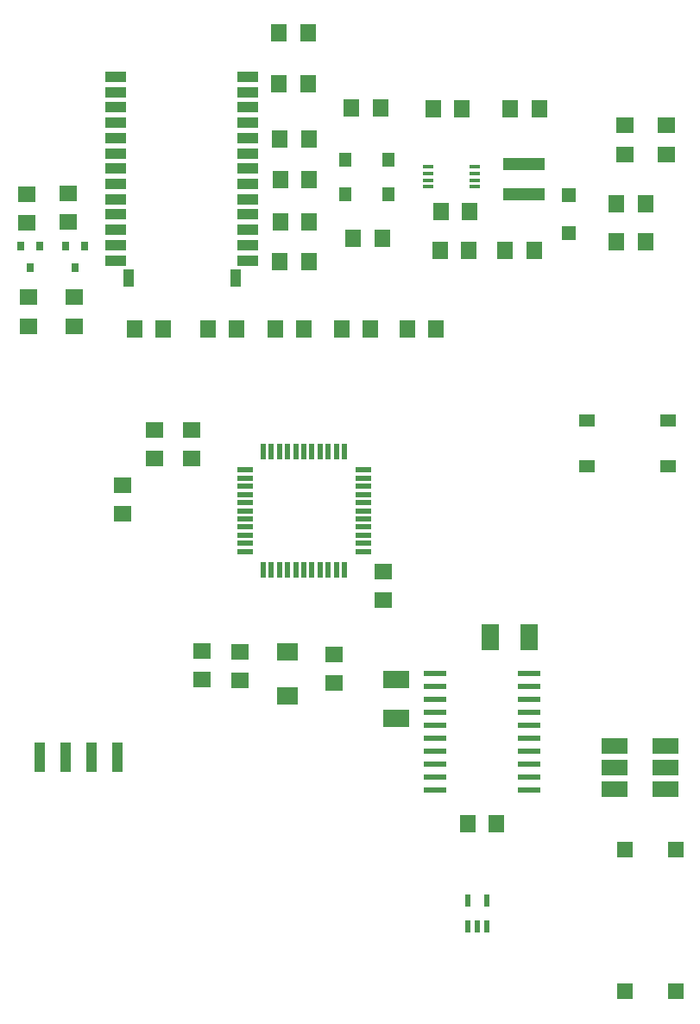
<source format=gtp>
G75*
%MOIN*%
%OFA0B0*%
%FSLAX24Y24*%
%IPPOS*%
%LPD*%
%AMOC8*
5,1,8,0,0,1.08239X$1,22.5*
%
%ADD10R,0.0217X0.0472*%
%ADD11R,0.0610X0.0512*%
%ADD12R,0.0709X0.0630*%
%ADD13R,0.0800X0.0700*%
%ADD14R,0.0710X0.0630*%
%ADD15R,0.0630X0.0709*%
%ADD16R,0.0866X0.0236*%
%ADD17R,0.0630X0.0710*%
%ADD18R,0.0610X0.0630*%
%ADD19R,0.0669X0.0984*%
%ADD20R,0.0984X0.0669*%
%ADD21R,0.1000X0.0591*%
%ADD22R,0.0394X0.1181*%
%ADD23R,0.0315X0.0354*%
%ADD24R,0.0433X0.0157*%
%ADD25R,0.0500X0.0579*%
%ADD26R,0.1610X0.0450*%
%ADD27R,0.0787X0.0394*%
%ADD28R,0.0394X0.0709*%
%ADD29R,0.0591X0.0197*%
%ADD30R,0.0197X0.0591*%
%ADD31R,0.0551X0.0551*%
D10*
X018717Y004272D03*
X019091Y004272D03*
X019465Y004272D03*
X019465Y005296D03*
X018717Y005296D03*
D11*
X023337Y022036D03*
X023337Y023808D03*
X026467Y023808D03*
X026467Y022036D03*
D12*
X015461Y017981D03*
X015461Y016879D03*
X013560Y014792D03*
X013560Y013690D03*
X009938Y013765D03*
X009938Y014867D03*
X008454Y014910D03*
X008454Y013808D03*
X005383Y020217D03*
X005383Y021320D03*
D13*
X011749Y014882D03*
X011749Y013182D03*
D14*
X008060Y022343D03*
X008060Y023462D03*
X006643Y023462D03*
X006643Y022343D03*
X003532Y027461D03*
X003532Y028580D03*
X001761Y028580D03*
X001761Y027461D03*
X001682Y031437D03*
X001682Y032557D03*
X003296Y032596D03*
X003296Y031476D03*
X024812Y034079D03*
X024812Y035198D03*
X026387Y035206D03*
X026387Y034087D03*
D15*
X018800Y031872D03*
X017698Y031872D03*
X017666Y030383D03*
X018769Y030383D03*
X017509Y027351D03*
X016406Y027351D03*
X014950Y027351D03*
X013847Y027351D03*
X012391Y027351D03*
X011288Y027351D03*
X009792Y027351D03*
X008690Y027351D03*
X006957Y027351D03*
X005855Y027351D03*
X011485Y031485D03*
X012587Y031485D03*
X012587Y033099D03*
X011485Y033099D03*
X017391Y035855D03*
X018493Y035855D03*
X018729Y008257D03*
X019831Y008257D03*
D16*
X021091Y009550D03*
X021091Y010050D03*
X021091Y010550D03*
X021091Y011050D03*
X021091Y011550D03*
X021091Y012050D03*
X021091Y012550D03*
X021091Y013050D03*
X021091Y013550D03*
X021091Y014050D03*
X017469Y014050D03*
X017469Y013550D03*
X017469Y013050D03*
X017469Y012550D03*
X017469Y012050D03*
X017469Y011550D03*
X017469Y011050D03*
X017469Y010550D03*
X017469Y010050D03*
X017469Y009550D03*
D17*
X012596Y029950D03*
X011476Y029950D03*
X014311Y030855D03*
X015431Y030855D03*
X012596Y034674D03*
X011476Y034674D03*
X011437Y036800D03*
X012557Y036800D03*
X014232Y035894D03*
X015352Y035894D03*
X012557Y038769D03*
X011437Y038769D03*
X020374Y035855D03*
X021494Y035855D03*
X024469Y032194D03*
X025588Y032194D03*
X025588Y030698D03*
X024469Y030698D03*
X021297Y030383D03*
X020177Y030383D03*
D18*
X024792Y007263D03*
X026761Y007263D03*
X026761Y001770D03*
X024792Y001770D03*
D19*
X021091Y015461D03*
X019595Y015461D03*
D20*
X015973Y013808D03*
X015973Y012312D03*
D21*
X024398Y011249D03*
X024398Y010422D03*
X024398Y009595D03*
X026367Y009595D03*
X026367Y010422D03*
X026367Y011249D03*
D22*
X002190Y010816D03*
X003190Y010816D03*
X004190Y010816D03*
X005190Y010816D03*
D23*
X003572Y029713D03*
X003946Y030540D03*
X003198Y030540D03*
X002213Y030540D03*
X001465Y030540D03*
X001839Y029713D03*
D24*
X017213Y032833D03*
X017213Y033089D03*
X017213Y033345D03*
X017213Y033601D03*
X018985Y033601D03*
X018985Y033345D03*
X018985Y033089D03*
X018985Y032833D03*
D25*
X015678Y032548D03*
X015678Y033887D03*
X013985Y033887D03*
X013985Y032548D03*
D26*
X020894Y032559D03*
X020894Y033719D03*
D27*
X010245Y033536D03*
X010245Y032946D03*
X010245Y032355D03*
X010245Y031765D03*
X010245Y031174D03*
X010245Y030583D03*
X010245Y029993D03*
X010245Y034127D03*
X010245Y034717D03*
X010245Y035308D03*
X010245Y035898D03*
X010245Y036489D03*
X010245Y037080D03*
X005127Y037080D03*
X005127Y036489D03*
X005127Y035898D03*
X005127Y035308D03*
X005127Y034717D03*
X005127Y034127D03*
X005127Y033536D03*
X005127Y032946D03*
X005127Y032355D03*
X005127Y031765D03*
X005127Y031174D03*
X005127Y030583D03*
X005127Y029993D03*
D28*
X005619Y029304D03*
X009753Y029304D03*
D29*
X010115Y021902D03*
X010115Y021587D03*
X010115Y021272D03*
X010115Y020957D03*
X010115Y020643D03*
X010115Y020328D03*
X010115Y020013D03*
X010115Y019698D03*
X010115Y019383D03*
X010115Y019068D03*
X010115Y018753D03*
X014682Y018753D03*
X014682Y019068D03*
X014682Y019383D03*
X014682Y019698D03*
X014682Y020013D03*
X014682Y020328D03*
X014682Y020643D03*
X014682Y020957D03*
X014682Y021272D03*
X014682Y021587D03*
X014682Y021902D03*
D30*
X013973Y022611D03*
X013658Y022611D03*
X013343Y022611D03*
X013028Y022611D03*
X012713Y022611D03*
X012398Y022611D03*
X012083Y022611D03*
X011769Y022611D03*
X011454Y022611D03*
X011139Y022611D03*
X010824Y022611D03*
X010824Y018044D03*
X011139Y018044D03*
X011454Y018044D03*
X011769Y018044D03*
X012083Y018044D03*
X012398Y018044D03*
X012713Y018044D03*
X013028Y018044D03*
X013343Y018044D03*
X013658Y018044D03*
X013973Y018044D03*
D31*
X022627Y031032D03*
X022627Y032528D03*
M02*

</source>
